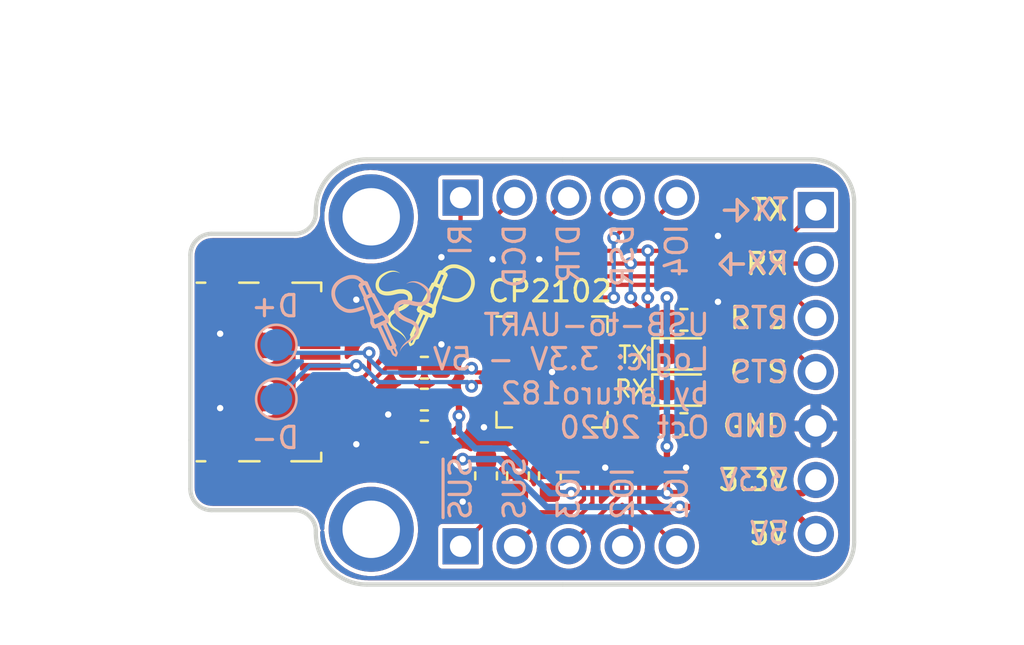
<source format=kicad_pcb>
(kicad_pcb (version 20210126) (generator pcbnew)
  (layers (0 "F.Cu" signal) (31 "B.Cu" signal) (34 "B.Paste" user) (35 "F.Paste" user) (36 "B.SilkS" user "B.Silkscreen") (37 "F.SilkS" user "F.Silkscreen") (38 "B.Mask" user) (39 "F.Mask" user) (44 "Edge.Cuts" user))
  (net 0 "")
  (net 1 "GND")
  (net 2 "+3V3")
  (net 3 "VBUS")
  (net 4 "Net-(D1-Pad2)")
  (net 5 "Net-(D2-Pad2)")
  (net 6 "Net-(J1-PadA5)")
  (net 7 "/D+")
  (net 8 "/D-")
  (net 9 "Net-(J1-PadB5)")
  (net 10 "Net-(R4-Pad1)")
  (net 11 "/~DTR~")
  (net 12 "/~DSR~")
  (net 13 "/TXD")
  (net 14 "/RXD")
  (net 15 "/~RTS~")
  (net 16 "/~CTS~")
  (net 17 "Net-(U1-Pad15)")
  (net 18 "Net-(U1-Pad14)")
  (net 19 "Net-(U1-Pad13)")
  (net 20 "Net-(U1-Pad10)")
  (net 21 "/GPIO6")
  (net 22 "/SUSPEND")
  (net 23 "/~SUSPEND~")
  (net 24 "/GPIO4")
  (net 25 "/GPIO5")
  (net 26 "/~RI~")
  (net 27 "/~DCD~")
  (net 28 "/GPIO0")
  (net 29 "/GPIO1")
  (net 30 "/GPIO2")
  (net 31 "/GPIO3")
  (footprint "Capacitor_SMD:C_0603_1608Metric" (layer "F.Cu") (at 137.6 84.3 180)
    (fp_text reference "C1" hide)
    (fp_text value "0.1uF")
    (pad "1" smd roundrect (at -0.7875 0 180) (size 0.875 0.95) (layers "F.Cu" "F.Paste" "F.Mask") (net 2 "+3V3"))
    (pad "2" smd roundrect (at 0.7875 0 180) (size 0.875 0.95) (layers "F.Cu" "F.Paste" "F.Mask") (net 1 "GND"))
  )
  (footprint "LED_SMD:LED_0603_1608Metric" (layer "F.Cu") (at 149.8 82.35)
    (fp_text reference "D1" hide)
    (fp_text value "LED_RXD")
    (pad "1" smd roundrect (at -0.7875 0) (size 0.875 0.95) (layers "F.Cu" "F.Paste" "F.Mask") (net 14 "/RXD"))
    (pad "2" smd roundrect (at 0.7875 0) (size 0.875 0.95) (layers "F.Cu" "F.Paste" "F.Mask") (net 4 "Net-(D1-Pad2)"))
  )
  (footprint "Capacitor_SMD:C_0603_1608Metric" (layer "F.Cu") (at 142 86.3875 -90)
    (fp_text reference "C4" hide)
    (fp_text value "4.7uF")
    (pad "1" smd roundrect (at -0.7875 0 270) (size 0.875 0.95) (layers "F.Cu" "F.Paste" "F.Mask") (net 3 "VBUS"))
    (pad "2" smd roundrect (at 0.7875 0 270) (size 0.875 0.95) (layers "F.Cu" "F.Paste" "F.Mask") (net 1 "GND"))
  )
  (footprint "Package_DFN_QFN:QFN-28-1EP_5x5mm_P0.5mm_EP3.35x3.35mm" (layer "F.Cu") (at 143.6 81.5)
    (fp_text reference "U1" hide)
    (fp_text value "CP2102N-Axx-xQFN28")
    (pad "1" smd roundrect (at -2.45 -1.5) (size 0.8 0.25) (layers "F.Cu" "F.Paste" "F.Mask") (net 27 "/~DCD~"))
    (pad "2" smd roundrect (at -2.45 -1) (size 0.8 0.25) (layers "F.Cu" "F.Paste" "F.Mask") (net 26 "/~RI~"))
    (pad "3" smd roundrect (at -2.45 -0.5) (size 0.8 0.25) (layers "F.Cu" "F.Paste" "F.Mask") (net 1 "GND"))
    (pad "4" smd roundrect (at -2.45 0) (size 0.8 0.25) (layers "F.Cu" "F.Paste" "F.Mask") (net 7 "/D+"))
    (pad "5" smd roundrect (at -2.45 0.5) (size 0.8 0.25) (layers "F.Cu" "F.Paste" "F.Mask") (net 8 "/D-"))
    (pad "6" smd roundrect (at -2.45 1) (size 0.8 0.25) (layers "F.Cu" "F.Paste" "F.Mask") (net 2 "+3V3"))
    (pad "7" smd roundrect (at -2.45 1.5) (size 0.8 0.25) (layers "F.Cu" "F.Paste" "F.Mask") (net 3 "VBUS"))
    (pad "8" smd roundrect (at -1.5 2.45) (size 0.25 0.8) (layers "F.Cu" "F.Paste" "F.Mask") (net 3 "VBUS"))
    (pad "9" smd roundrect (at -1 2.45) (size 0.25 0.8) (layers "F.Cu" "F.Paste" "F.Mask") (net 10 "Net-(R4-Pad1)"))
    (pad "10" smd roundrect (at -0.5 2.45) (size 0.25 0.8) (layers "F.Cu" "F.Paste" "F.Mask") (net 20 "Net-(U1-Pad10)"))
    (pad "11" smd roundrect (at 0 2.45) (size 0.25 0.8) (layers "F.Cu" "F.Paste" "F.Mask") (net 23 "/~SUSPEND~"))
    (pad "12" smd roundrect (at 0.5 2.45) (size 0.25 0.8) (layers "F.Cu" "F.Paste" "F.Mask") (net 22 "/SUSPEND"))
    (pad "13" smd roundrect (at 1 2.45) (size 0.25 0.8) (layers "F.Cu" "F.Paste" "F.Mask") (net 19 "Net-(U1-Pad13)"))
    (pad "14" smd roundrect (at 1.5 2.45) (size 0.25 0.8) (layers "F.Cu" "F.Paste" "F.Mask") (net 18 "Net-(U1-Pad14)"))
    (pad "15" smd roundrect (at 2.45 1.5) (size 0.8 0.25) (layers "F.Cu" "F.Paste" "F.Mask") (net 17 "Net-(U1-Pad15)"))
    (pad "16" smd roundrect (at 2.45 1) (size 0.8 0.25) (layers "F.Cu" "F.Paste" "F.Mask") (net 31 "/GPIO3"))
    (pad "17" smd roundrect (at 2.45 0.5) (size 0.8 0.25) (layers "F.Cu" "F.Paste" "F.Mask") (net 30 "/GPIO2"))
    (pad "18" smd roundrect (at 2.45 0) (size 0.8 0.25) (layers "F.Cu" "F.Paste" "F.Mask") (net 29 "/GPIO1"))
    (pad "19" smd roundrect (at 2.45 -0.5) (size 0.8 0.25) (layers "F.Cu" "F.Paste" "F.Mask") (net 28 "/GPIO0"))
    (pad "20" smd roundrect (at 2.45 -1) (size 0.8 0.25) (layers "F.Cu" "F.Paste" "F.Mask") (net 21 "/GPIO6"))
    (pad "21" smd roundrect (at 2.45 -1.5) (size 0.8 0.25) (layers "F.Cu" "F.Paste" "F.Mask") (net 25 "/GPIO5"))
    (pad "22" smd roundrect (at 1.5 -2.45) (size 0.25 0.8) (layers "F.Cu" "F.Paste" "F.Mask") (net 24 "/GPIO4"))
    (pad "23" smd roundrect (at 1 -2.45) (size 0.25 0.8) (layers "F.Cu" "F.Paste" "F.Mask") (net 16 "/~CTS~"))
    (pad "24" smd roundrect (at 0.5 -2.45) (size 0.25 0.8) (layers "F.Cu" "F.Paste" "F.Mask") (net 15 "/~RTS~"))
    (pad "25" smd roundrect (at 0 -2.45) (size 0.25 0.8) (layers "F.Cu" "F.Paste" "F.Mask") (net 14 "/RXD"))
    (pad "26" smd roundrect (at -0.5 -2.45) (size 0.25 0.8) (layers "F.Cu" "F.Paste" "F.Mask") (net 13 "/TXD"))
    (pad "27" smd roundrect (at -1 -2.45) (size 0.25 0.8) (layers "F.Cu" "F.Paste" "F.Mask") (net 12 "/~DSR~"))
    (pad "28" smd roundrect (at -1.5 -2.45) (size 0.25 0.8) (layers "F.Cu" "F.Paste" "F.Mask") (net 11 "/~DTR~"))
    (pad "29" smd rect (at 0 0) (size 3.35 3.35) (layers "F.Cu" "F.Mask") (net 1 "GND"))
  )
  (footprint "Resistor_SMD:R_0603_1608Metric" (layer "F.Cu") (at 143.5 86.3875 -90)
    (fp_text reference "R4" hide)
    (fp_text value "10K")
    (pad "1" smd roundrect (at -0.7875 0 270) (size 0.875 0.95) (layers "F.Cu" "F.Paste" "F.Mask") (net 10 "Net-(R4-Pad1)"))
    (pad "2" smd roundrect (at 0.7875 0 270) (size 0.875 0.95) (layers "F.Cu" "F.Paste" "F.Mask") (net 2 "+3V3"))
  )
  (footprint "Capacitor_SMD:C_0603_1608Metric" (layer "F.Cu") (at 140.5 86.3875 -90)
    (fp_text reference "C3" hide)
    (fp_text value "0.1uF")
    (pad "1" smd roundrect (at -0.7875 0 270) (size 0.875 0.95) (layers "F.Cu" "F.Paste" "F.Mask") (net 3 "VBUS"))
    (pad "2" smd roundrect (at 0.7875 0 270) (size 0.875 0.95) (layers "F.Cu" "F.Paste" "F.Mask") (net 1 "GND"))
  )
  (footprint "MountingHole:MountingHole_2.7mm_M2.5_DIN965_Pad" (layer "F.Cu") (at 135.1 74.2)
    (fp_text reference "REF**" hide)
    (fp_text value "MountingHole_2.7mm_M2.5_DIN965_Pad")
    (pad "1" thru_hole circle (at 0 0) (size 4 4) (drill 2.7) (layers *.Cu *.Mask))
  )
  (footprint "Connector_USB_Extra:USB_C_Plug_UTC009-C12" (layer "F.Cu") (at 132.5 81.5 -90)
    (fp_text reference "J1" hide)
    (fp_text value "USB_C_Plug_USB2.0")
    (pad "A1" smd rect (at 2.75 -0.2 270) (size 0.35 1.9) (layers "F.Cu" "F.Paste" "F.Mask") (net 1 "GND"))
    (pad "A4" smd rect (at 1.25 -0.2 270) (size 0.35 1.9) (layers "F.Cu" "F.Paste" "F.Mask") (net 3 "VBUS"))
    (pad "A5" smd rect (at 0.75 -0.2 270) (size 0.35 1.9) (layers "F.Cu" "F.Paste" "F.Mask") (net 6 "Net-(J1-PadA5)"))
    (pad "A6" smd rect (at 0.25 -0.2 270) (size 0.35 1.9) (layers "F.Cu" "F.Paste" "F.Mask") (net 7 "/D+"))
    (pad "A7" smd rect (at -0.25 -0.2 270) (size 0.35 1.9) (layers "F.Cu" "F.Paste" "F.Mask") (net 8 "/D-"))
    (pad "A10" smd rect (at -1.75 -0.2 270) (size 0.35 1.9) (layers "F.Cu" "F.Paste" "F.Mask"))
    (pad "A11" smd rect (at -2.25 -0.2 270) (size 0.35 1.9) (layers "F.Cu" "F.Paste" "F.Mask"))
    (pad "B2" smd rect (at -2.75 -0.2 270) (size 0.35 1.9) (layers "F.Cu" "F.Paste" "F.Mask"))
    (pad "B3" smd rect (at -1.25 -0.2 270) (size 0.35 1.9) (layers "F.Cu" "F.Paste" "F.Mask"))
    (pad "B5" smd rect (at -0.75 -0.2 270) (size 0.35 1.9) (layers "F.Cu" "F.Paste" "F.Mask") (net 9 "Net-(J1-PadB5)"))
    (pad "B9" smd rect (at 1.75 -0.2 270) (size 0.35 1.9) (layers "F.Cu" "F.Paste" "F.Mask") (net 3 "VBUS"))
    (pad "B12" smd rect (at 2.25 -0.2 270) (size 0.35 1.9) (layers "F.Cu" "F.Paste" "F.Mask") (net 1 "GND"))
    (pad "S1" smd rect (at 3.4 -0.1 270) (size 0.65 2.1) (layers "F.Cu" "F.Paste" "F.Mask") (net 1 "GND"))
    (pad "S1" smd rect (at 4.55 4.4 270) (size 1.5 1.4) (layers "F.Cu" "F.Paste" "F.Mask") (net 1 "GND"))
    (pad "S1" smd rect (at -3.4 -0.1 270) (size 0.65 2.1) (layers "F.Cu" "F.Paste" "F.Mask") (net 1 "GND"))
    (pad "S1" smd rect (at 4.55 1.9 270) (size 1.5 1.3) (layers "F.Cu" "F.Paste" "F.Mask") (net 1 "GND"))
    (pad "S1" smd rect (at -1.75 4.5 270) (size 1.2 1.2) (layers "F.Cu" "F.Paste" "F.Mask") (net 1 "GND"))
    (pad "S1" smd rect (at -4.55 4.4 270) (size 1.5 1.4) (layers "F.Cu" "F.Paste" "F.Mask") (net 1 "GND"))
    (pad "S1" smd rect (at -1.25 2.75 270) (size 1.2 1.2) (layers "F.Cu" "F.Paste" "F.Mask") (net 1 "GND"))
    (pad "S1" smd rect (at 1.25 2.75 270) (size 1.2 1.2) (layers "F.Cu" "F.Paste" "F.Mask") (net 1 "GND"))
    (pad "S1" smd rect (at -4.55 1.9 270) (size 1.5 1.4) (layers "F.Cu" "F.Paste" "F.Mask") (net 1 "GND"))
    (pad "S1" smd rect (at 1.75 4.5 270) (size 1.2 1.2) (layers "F.Cu" "F.Paste" "F.Mask") (net 1 "GND"))
  )
  (footprint "LED_SMD:LED_0603_1608Metric" (layer "F.Cu") (at 149.8 80.65)
    (fp_text reference "D2" hide)
    (fp_text value "LED_TXD")
    (pad "1" smd roundrect (at -0.7875 0) (size 0.875 0.95) (layers "F.Cu" "F.Paste" "F.Mask") (net 13 "/TXD"))
    (pad "2" smd roundrect (at 0.7875 0) (size 0.875 0.95) (layers "F.Cu" "F.Paste" "F.Mask") (net 5 "Net-(D2-Pad2)"))
  )
  (footprint "Symbols_Extra:SolderParty-New-Logo_5x4.2mm_SilkScreen" (layer "F.Cu") (at 137.8 78.2)
    (fp_text reference "G***" hide)
    (fp_text value "LOGO" hide)
  )
  (footprint "Connector_PinHeader_2.54mm:PinHeader_1x07_P2.54mm_Vertical" (layer "F.Cu") (at 156 73.88)
    (fp_text reference "J2" hide)
    (fp_text value "Conn_01x07")
    (pad "1" thru_hole rect (at 0 0) (size 1.7 1.7) (drill 1) (layers *.Cu *.Mask) (net 13 "/TXD"))
    (pad "2" thru_hole oval (at 0 2.54) (size 1.7 1.7) (drill 1) (layers *.Cu *.Mask) (net 14 "/RXD"))
    (pad "3" thru_hole oval (at 0 5.08) (size 1.7 1.7) (drill 1) (layers *.Cu *.Mask) (net 15 "/~RTS~"))
    (pad "4" thru_hole oval (at 0 7.62) (size 1.7 1.7) (drill 1) (layers *.Cu *.Mask) (net 16 "/~CTS~"))
    (pad "5" thru_hole oval (at 0 10.16) (size 1.7 1.7) (drill 1) (layers *.Cu *.Mask) (net 1 "GND"))
    (pad "6" thru_hole oval (at 0 12.7) (size 1.7 1.7) (drill 1) (layers *.Cu *.Mask) (net 2 "+3V3"))
    (pad "7" thru_hole oval (at 0 15.24) (size 1.7 1.7) (drill 1) (layers *.Cu *.Mask) (net 3 "VBUS"))
  )
  (footprint "Capacitor_SMD:C_0603_1608Metric" (layer "F.Cu") (at 137.6 82.8 180)
    (fp_text reference "C2" hide)
    (fp_text value "4.7uF")
    (pad "1" smd roundrect (at -0.7875 0 180) (size 0.875 0.95) (layers "F.Cu" "F.Paste" "F.Mask") (net 2 "+3V3"))
    (pad "2" smd roundrect (at 0.7875 0 180) (size 0.875 0.95) (layers "F.Cu" "F.Paste" "F.Mask") (net 1 "GND"))
  )
  (footprint "Resistor_SMD:R_0603_1608Metric" (layer "F.Cu") (at 137.6 81.3 180)
    (fp_text reference "R3" hide)
    (fp_text value "5.1K")
    (pad "1" smd roundrect (at -0.7875 0 180) (size 0.875 0.95) (layers "F.Cu" "F.Paste" "F.Mask") (net 1 "GND"))
    (pad "2" smd roundrect (at 0.7875 0 180) (size 0.875 0.95) (layers "F.Cu" "F.Paste" "F.Mask") (net 6 "Net-(J1-PadA5)"))
  )
  (footprint "Resistor_SMD:R_0603_1608Metric" (layer "F.Cu") (at 149.8 83.95 180)
    (fp_text reference "R1" hide)
    (fp_text value "1K")
    (pad "1" smd roundrect (at -0.7875 0 180) (size 0.875 0.95) (layers "F.Cu" "F.Paste" "F.Mask") (net 4 "Net-(D1-Pad2)"))
    (pad "2" smd roundrect (at 0.7875 0 180) (size 0.875 0.95) (layers "F.Cu" "F.Paste" "F.Mask") (net 2 "+3V3"))
  )
  (footprint "Connector_PinHeader_2.54mm:PinHeader_1x05_P2.54mm_Vertical" (layer "F.Cu") (at 139.3 73.3 90)
    (fp_text reference "J4" hide)
    (fp_text value "Conn_01x05")
    (pad "1" thru_hole rect (at 0 0 90) (size 1.7 1.7) (drill 1) (layers *.Cu *.Mask) (net 26 "/~RI~"))
    (pad "2" thru_hole oval (at 0 2.54 90) (size 1.7 1.7) (drill 1) (layers *.Cu *.Mask) (net 27 "/~DCD~"))
    (pad "3" thru_hole oval (at 0 5.08 90) (size 1.7 1.7) (drill 1) (layers *.Cu *.Mask) (net 11 "/~DTR~"))
    (pad "4" thru_hole oval (at 0 7.62 90) (size 1.7 1.7) (drill 1) (layers *.Cu *.Mask) (net 12 "/~DSR~"))
    (pad "5" thru_hole oval (at 0 10.16 90) (size 1.7 1.7) (drill 1) (layers *.Cu *.Mask) (net 24 "/GPIO4"))
  )
  (footprint "MountingHole:MountingHole_2.7mm_M2.5_DIN965_Pad" (layer "F.Cu") (at 135.1 88.9)
    (fp_text reference "REF**" hide)
    (fp_text value "MountingHole_2.7mm_M2.5_DIN965_Pad")
    (pad "1" thru_hole circle (at 0 0) (size 4 4) (drill 2.7) (layers *.Cu *.Mask))
  )
  (footprint "Connector_PinHeader_2.54mm:PinHeader_1x05_P2.54mm_Vertical" (layer "F.Cu") (at 139.3 89.7 90)
    (fp_text reference "J3" hide)
    (fp_text value "Conn_01x05")
    (pad "1" thru_hole rect (at 0 0 90) (size 1.7 1.7) (drill 1) (layers *.Cu *.Mask) (net 23 "/~SUSPEND~"))
    (pad "2" thru_hole oval (at 0 2.54 90) (size 1.7 1.7) (drill 1) (layers *.Cu *.Mask) (net 22 "/SUSPEND"))
    (pad "3" thru_hole oval (at 0 5.08 90) (size 1.7 1.7) (drill 1) (layers *.Cu *.Mask) (net 31 "/GPIO3"))
    (pad "4" thru_hole oval (at 0 7.62 90) (size 1.7 1.7) (drill 1) (layers *.Cu *.Mask) (net 30 "/GPIO2"))
    (pad "5" thru_hole oval (at 0 10.16 90) (size 1.7 1.7) (drill 1) (layers *.Cu *.Mask) (net 29 "/GPIO1"))
  )
  (footprint "Resistor_SMD:R_0603_1608Metric" (layer "F.Cu") (at 149.8 79.05 180)
    (fp_text reference "R2" hide)
    (fp_text value "1K")
    (pad "1" smd roundrect (at -0.7875 0 180) (size 0.875 0.95) (layers "F.Cu" "F.Paste" "F.Mask") (net 5 "Net-(D2-Pad2)"))
    (pad "2" smd roundrect (at 0.7875 0 180) (size 0.875 0.95) (layers "F.Cu" "F.Paste" "F.Mask") (net 2 "+3V3"))
  )
  (footprint "TestPoint:TestPoint_Pad_D1.5mm" (layer "B.Cu") (at 130.64 80.229997 -90)
    (fp_text reference "TP2" hide)
    (fp_text value "TP_D+")
    (pad "1" smd circle (at 0 0 270) (size 1.5 1.5) (layers "B.Cu" "B.Mask") (net 7 "/D+"))
  )
  (footprint "Symbols_Extra:SolderParty-New-Logo_5x4.2mm_SilkScreen" (layer "B.Cu") (at 135.4 78.7 180)
    (fp_text reference "G***" hide)
    (fp_text value "LOGO" hide)
  )
  (footprint "TestPoint:TestPoint_Pad_D1.5mm" (layer "B.Cu") (at 130.64 82.77 -90)
    (fp_text reference "TP1" hide)
    (fp_text value "TP_D-")
    (pad "1" smd circle (at 0 0 270) (size 1.5 1.5) (layers "B.Cu" "B.Mask") (net 8 "/D-"))
  )
  (gr_line (start 152.3 74.395) (end 152.3 73.395) (layer "B.SilkS") (width 0.15))
  (gr_line (start 151.5 76.425) (end 152 75.925) (layer "B.SilkS") (width 0.15))
  (gr_line (start 152.8 73.895) (end 152.3 73.395) (layer "B.SilkS") (width 0.15))
  (gr_line (start 152 76.425) (end 152.6 76.425) (layer "B.SilkS") (width 0.15))
  (gr_line (start 152.300001 73.895) (end 151.700001 73.895) (layer "B.SilkS") (width 0.15))
  (gr_line (start 151.5 76.425) (end 152 76.925) (layer "B.SilkS") (width 0.15))
  (gr_line (start 152 75.925) (end 152 76.925) (layer "B.SilkS") (width 0.15))
  (gr_line (start 152.8 73.895) (end 152.3 74.395) (layer "B.SilkS") (width 0.15))
  (gr_line (start 152.8 73.89) (end 152.3 74.39) (layer "F.SilkS") (width 0.15))
  (gr_line (start 152 76.42) (end 152.6 76.42) (layer "F.SilkS") (width 0.15))
  (gr_line (start 152.8 73.89) (end 152.3 73.39) (layer "F.SilkS") (width 0.15))
  (gr_line (start 151.5 76.42) (end 152 76.92) (layer "F.SilkS") (width 0.15))
  (gr_line (start 151.5 76.42) (end 152 75.92) (layer "F.SilkS") (width 0.15))
  (gr_line (start 152 76.92) (end 152 75.92) (layer "F.SilkS") (width 0.15))
  (gr_line (start 152.3 73.39) (end 152.3 74.39) (layer "F.SilkS") (width 0.15))
  (gr_line (start 152.300001 73.89) (end 151.700001 73.89) (layer "F.SilkS") (width 0.15))
  (gr_line (start 131.5 75) (end 127.6 75) (layer "Edge.Cuts") (width 0.2))
  (gr_line (start 155.8 91.500001) (end 144.1 91.5) (layer "Edge.Cuts") (width 0.2))
  (gr_arc (start 134.9 73.900001) (end 134.9 71.500001) (angle -90) (layer "Edge.Cuts") (width 0.2))
  (gr_arc (start 127.6 76) (end 127.6 75) (angle -90) (layer "Edge.Cuts") (width 0.2))
  (gr_line (start 157.8 84.7) (end 157.800001 89.5) (layer "Edge.Cuts") (width 0.2))
  (gr_arc (start 131.5 74) (end 131.5 75) (angle -90) (layer "Edge.Cuts") (width 0.2))
  (gr_arc (start 155.8 89.5) (end 155.8 91.500001) (angle -90) (layer "Edge.Cuts") (width 0.2))
  (gr_line (start 144.1 91.5) (end 134.9 91.5) (layer "Edge.Cuts") (width 0.2))
  (gr_line (start 126.6 87) (end 126.6 84.7) (layer "Edge.Cuts") (width 0.2))
  (gr_line (start 131.5 88) (end 127.6 88) (layer "Edge.Cuts") (width 0.2))
  (gr_line (start 132.5 74) (end 132.5 73.900001) (layer "Edge.Cuts") (width 0.2))
  (gr_line (start 144.1 71.500001) (end 134.9 71.500001) (layer "Edge.Cuts") (width 0.2))
  (gr_line (start 126.6 84.7) (end 126.6 76) (layer "Edge.Cuts") (width 0.2))
  (gr_line (start 155.799999 71.5) (end 144.1 71.500001) (layer "Edge.Cuts") (width 0.2))
  (gr_arc (start 134.9 89.1) (end 132.5 89.1) (angle -90) (layer "Edge.Cuts") (width 0.2))
  (gr_line (start 157.8 73.5) (end 157.8 84.7) (layer "Edge.Cuts") (width 0.2))
  (gr_arc (start 155.8 73.5) (end 157.8 73.5) (angle -90) (layer "Edge.Cuts") (width 0.2))
  (gr_line (start 132.5 89) (end 132.5 89.1) (layer "Edge.Cuts") (width 0.2))
  (gr_arc (start 127.6 87) (end 126.6 87) (angle -90) (layer "Edge.Cuts") (width 0.2))
  (gr_arc (start 131.5 89) (end 132.5 89) (angle -90) (layer "Edge.Cuts") (width 0.2))
  (gr_text "~SUS~" (at 139.3 88.55 90) (layer "B.SilkS") (effects (font (size 1 1)) (justify right mirror)))
  (gr_text "GND" (at 151.57 84.04) (layer "B.SilkS") (effects (font (size 1 1)) (justify right mirror)))
  (gr_text "IO3" (at 144.38 88.55 90) (layer "B.SilkS") (effects (font (size 1 1)) (justify right mirror)))
  (gr_text "IO4" (at 149.46 74.45 90) (layer "B.SilkS") (effects (font (size 1 1)) (justify left mirror)))
  (gr_text "IO2" (at 146.92 88.55 90) (layer "B.SilkS") (effects (font (size 1 1)) (justify right mirror)))
  (gr_text "D-" (at 131.8 84.6) (layer "B.SilkS") (effects (font (size 1 1)) (justify left mirror)))
  (gr_text "3.3V" (at 151.381905 86.575) (layer "B.SilkS") (effects (font (size 1 1)) (justify right mirror)))
  (gr_text "SUS" (at 141.84 88.55 90) (layer "B.SilkS") (effects (font (size 1 1)) (justify right mirror)))
  (gr_text "TX" (at 152.905714 73.8575) (layer "B.SilkS") (effects (font (size 1 1)) (justify right mirror)))
  (gr_text "USB-to-UART\nLogic: 3.3V - 5V\nby arturo182\nOct 2020" (at 151.1 81.7) (layer "B.SilkS") (effects (font (size 1 1)) (justify left mirror)))
  (gr_text "D+" (at 131.8 78.4) (layer "B.SilkS") (effects (font (size 1 1)) (justify left mirror)))
  (gr_text "CTS" (at 151.91 81.5) (layer "B.SilkS") (effects (font (size 1 1)) (justify right mirror)))
  (gr_text "RX" (at 152.667619 76.3775) (layer "B.SilkS") (effects (font (size 1 1)) (justify right mirror)))
  (gr_text "DCD" (at 141.84 74.45 90) (layer "B.SilkS") (effects (font (size 1 1)) (justify left mirror)))
  (gr_text "DSR" (at 146.92 74.45 90) (layer "B.SilkS") (effects (font (size 1 1)) (justify left mirror)))
  (gr_text "5V" (at 152.810476 89.0725) (layer "B.SilkS") (effects (font (size 1 1)) (justify right mirror)))
  (gr_text "RTS" (at 151.905714 78.96) (layer "B.SilkS") (effects (font (size 1 1)) (justify right mirror)))
  (gr_text "DTR" (at 144.38 74.45 90) (layer "B.SilkS") (effects (font (size 1 1)) (justify left mirror)))
  (gr_text "RI" (at 139.3 74.45 90) (layer "B.SilkS") (effects (font (size 1 1)) (justify left mirror)))
  (gr_text "IO1" (at 149.46 88.55 90) (layer "B.SilkS") (effects (font (size 1 1)) (justify right mirror)))
  (gr_text "3.3V" (at 154.77 86.58) (layer "F.SilkS") (effects (font (size 1 1)) (justify right)))
  (gr_text "5V" (at 154.77 89.12) (layer "F.SilkS") (effects (font (size 1 1)) (justify right)))
  (gr_text "CTS" (at 154.77 81.5) (layer "F.SilkS") (effects (font (size 1 1)) (justify right)))
  (gr_text "TX" (at 148.1686 80.696) (layer "F.SilkS") (effects (font (size 0.8 0.8) (thickness 0.12)) (justify right)))
  (gr_text "GND" (at 154.77 84.04) (layer "F.SilkS") (effects (font (size 1 1)) (justify right)))
  (gr_text "CP2102" (at 143.5 77.7) (layer "F.SilkS") (effects (font (size 1 1))))
  (gr_text "RTS" (at 154.77 78.96) (layer "F.SilkS") (effects (font (size 1 1)) (justify right)))
  (gr_text "RX" (at 154.77 76.42) (layer "F.SilkS") (effects (font (size 1 1)) (justify right)))
  (gr_text "RX" (at 148.1836 82.296) (layer "F.SilkS") (effects (font (size 0.8 0.8) (thickness 0.12)) (justify right)))
  (gr_text "TX" (at 154.77 73.88) (layer "F.SilkS") (effects (font (size 1 1)) (justify right)))
  (segment (start 143.1 81) (end 143.6 81.5) (width 0.2) (layer "F.Cu") (net 1))
  (segment (start 143.6 81.5) (end 145.9 79.2) (width 0.2) (layer "F.Cu") (net 1))
  (segment (start 145.8 83.7) (end 145.8 84) (width 0.2) (layer "F.Cu") (net 1))
  (segment (start 141.15 81) (end 143.1 81) (width 0.2) (layer "F.Cu") (net 1))
  (segment (start 143.6 81.5) (end 145.8 83.7) (width 0.2) (layer "F.Cu") (net 1))
  (segment (start 143.6 81.5) (end 141.4 79.3) (width 0.2) (layer "F.Cu") (net 1))
  (segment (start 141.4 79.3) (end 141.4 79.1) (width 0.2) (layer "F.Cu") (net 1))
  (via (at 149.9 86) (size 0.6) (drill 0.3) (layers "F.Cu" "B.Cu") (net 1))
  (via (at 128 79.7) (size 0.6) (drill 0.3) (layers "F.Cu" "B.Cu") (net 1))
  (via (at 138.4 76.1) (size 0.6) (drill 0.3) (layers "F.Cu" "B.Cu") (net 1))
  (via (at 143 76.2) (size 0.6) (drill 0.3) (layers "F.Cu" "B.Cu") (net 1))
  (via (at 146.1 86) (size 0.6) (drill 0.3) (layers "F.Cu" "B.Cu") (net 1))
  (via (at 151.4 75.1) (size 0.6) (drill 0.3) (layers "F.Cu" "B.Cu") (net 1))
  (via (at 138.4 80.2) (size 0.6) (drill 0.3) (layers "F.Cu" "B.Cu") (net 1))
  (via (at 128 83.2) (size 0.6) (drill 0.3) (layers "F.Cu" "B.Cu") (net 1))
  (via (at 140.4 84.1) (size 0.6) (drill 0.3) (layers "F.Cu" "B.Cu") (net 1))
  (via (at 139.4 87.6) (size 0.6) (drill 0.3) (layers "F.Cu" "B.Cu") (net 1))
  (via (at 151.4 78.2) (size 0.6) (drill 0.3) (layers "F.Cu" "B.Cu") (net 1))
  (via (at 135.9 83.5) (size 0.6) (drill 0.3) (layers "F.Cu" "B.Cu") (net 1))
  (via (at 143.6 81.5) (size 0.6) (drill 0.3) (layers "F.Cu" "B.Cu") (net 1))
  (via (at 134.4 84.9) (size 0.6) (drill 0.3) (layers "F.Cu" "B.Cu") (net 1))
  (via (at 134.4 78.1) (size 0.6) (drill 0.3) (layers "F.Cu" "B.Cu") (net 1))
  (via (at 140.8 76.2) (size 0.6) (drill 0.3) (layers "F.Cu" "B.Cu") (net 1))
  (segment (start 138.412501 82.825001) (end 138.3875 82.8) (width 0.3) (layer "F.Cu") (net 2))
  (segment (start 149 78) (end 149 79.0375) (width 0.3) (layer "F.Cu") (net 2))
  (segment (start 149 79.0375) (end 149.0125 79.05) (width 0.3) (layer "F.Cu") (net 2))
  (segment (start 141.15 82.5) (end 140.437002 82.5) (width 0.3) (layer "F.Cu") (net 2))
  (segment (start 144.5 87.2) (end 143.525 87.2) (width 0.3) (layer "F.Cu") (net 2))
  (segment (start 149.0125 84.9875) (end 149 85) (width 0.3) (layer "F.Cu") (net 2))
  (segment (start 139 84.3) (end 138.3875 84.3) (width 0.3) (layer "F.Cu") (net 2))
  (segment (start 139.225001 82.825001) (end 138.974999 82.825001) (width 0.3) (layer "F.Cu") (net 2))
  (segment (start 149.0125 83.95) (end 149.0125 84.9875) (width 0.3) (layer "F.Cu") (net 2))
  (segment (start 139.225001 82.825001) (end 139.225001 83.574999) (width 0.3) (layer "F.Cu") (net 2))
  (segment (start 149 87.2) (end 155.4 87.2) (width 0.3) (layer "F.Cu") (net 2))
  (segment (start 140.437002 82.5) (end 140.112001 82.825001) (width 0.3) (layer "F.Cu") (net 2))
  (segment (start 139.225001 84.074999) (end 139 84.3) (width 0.3) (layer "F.Cu") (net 2))
  (segment (start 140.112001 82.825001) (end 139.225001 82.825001) (width 0.3) (layer "F.Cu") (net 2))
  (segment (start 139.225001 83.574999) (end 139.225001 84.074999) (width 0.3) (layer "F.Cu") (net 2))
  (segment (start 138.974999 82.825001) (end 138.412501 82.825001) (width 0.3) (layer "F.Cu") (net 2))
  (segment (start 149 87) (end 149 85) (width 0.3) (layer "F.Cu") (net 2))
  (segment (start 143.525 87.2) (end 143.5 87.175) (width 0.3) (layer "F.Cu") (net 2))
  (segment (start 155.38 87.2) (end 156 86.58) (width 0.3) (layer "F.Cu") (net 2))
  (via (at 149 87.2) (size 0.6) (drill 0.3) (layers "F.Cu" "B.Cu") (net 2))
  (via (at 149 85) (size 0.6) (drill 0.3) (layers "F.Cu" "B.Cu") (net 2))
  (via (at 139.225001 83.574999) (size 0.6) (drill 0.3) (layers "F.Cu" "B.Cu") (net 2))
  (via (at 149 78) (size 0.6) (drill 0.3) (layers "F.Cu" "B.Cu") (net 2))
  (via (at 144.5 87.2) (size 0.6) (drill 0.3) (layers "F.Cu" "B.Cu") (net 2))
  (segment (start 140 85.1) (end 141.4 85.1) (width 0.3) (layer "B.Cu") (net 2))
  (segment (start 143.5 87.2) (end 144.5 87.2) (width 0.3) (layer "B.Cu") (net 2))
  (segment (start 139.225001 84.325001) (end 140 85.1) (width 0.3) (layer "B.Cu") (net 2))
  (segment (start 139.225001 83.574999) (end 139.225001 84.325001) (width 0.3) (layer "B.Cu") (net 2))
  (segment (start 141.4 85.1) (end 143.5 87.2) (width 0.3) (layer "B.Cu") (net 2))
  (segment (start 144.5 87.2) (end 149 87.2) (width 0.3) (layer "B.Cu") (net 2))
  (segment (start 149 85) (end 149 78) (width 0.3) (layer "B.Cu") (net 2))
  (segment (start 141.15 83) (end 141.15 83.55) (width 0.3) (layer "F.Cu") (net 3))
  (segment (start 142.1 85.5) (end 142 85.6) (width 0.3) (layer "F.Cu") (net 3))
  (segment (start 141.55 83.95) (end 142.1 83.95) (width 0.3) (layer "F.Cu") (net 3))
  (segment (start 142.1 84.0375) (end 142.1 85.5) (width 0.3) (layer "F.Cu") (net 3))
  (segment (start 140.5 85.6) (end 142 85.6) (width 0.3) (layer "F.Cu") (net 3))
  (segment (start 149.6 87.85) (end 154.7 87.85) (width 0.3) (layer "F.Cu") (net 3))
  (segment (start 139.4 85.6) (end 135.9 85.6) (width 0.3) (layer "F.Cu") (net 3))
  (segment (start 135.9 85.6) (end 135.2 84.9) (width 0.3) (layer "F.Cu") (net 3))
  (segment (start 140.5 85.6) (end 139.4 85.6) (width 0.3) (layer "F.Cu") (net 3))
  (segment (start 135.2 83.5) (end 134.7 83) (width 0.3) (layer "F.Cu") (net 3))
  (segment (start 134.7 83) (end 133 83) (width 0.3) (layer "F.Cu") (net 3))
  (segment (start 141.15 83.55) (end 141.55 83.95) (width 0.3) (layer "F.Cu") (net 3))
  (segment (start 135.2 84.9) (end 135.2 83.5) (width 0.3) (layer "F.Cu") (net 3))
  (segment (start 154.73 87.85) (end 156 89.12) (width 0.3) (layer "F.Cu") (net 3))
  (via (at 149.6 87.85) (size 0.6) (drill 0.3) (layers "F.Cu" "B.Cu") (net 3))
  (via (at 139.4 85.6) (size 0.6) (drill 0.3) (layers "F.Cu" "B.Cu") (net 3))
  (segment (start 143.350001 87.850001) (end 141.1 85.6) (width 0.3) (layer "B.Cu") (net 3))
  (segment (start 149.6 87.85) (end 143.350001 87.850001) (width 0.3) (layer "B.Cu") (net 3))
  (segment (start 141.1 85.6) (end 139.4 85.6) (width 0.3) (layer "B.Cu") (net 3))
  (segment (start 150.5875 83.95) (end 150.5875 82.35) (width 0.2) (layer "F.Cu") (net 4))
  (segment (start 150.5875 79.05) (end 150.5875 80.65) (width 0.2) (layer "F.Cu") (net 5))
  (segment (start 132.7 82.25) (end 134.85 82.25) (width 0.2) (layer "F.Cu") (net 6))
  (segment (start 134.85 82.25) (end 135.8 81.3) (width 0.2) (layer "F.Cu") (net 6))
  (segment (start 135.8 81.3) (end 136.8125 81.3) (width 0.2) (layer "F.Cu") (net 6))
  (segment (start 133.799802 81.800522) (end 133.74928 81.75) (width 0.2) (layer "F.Cu") (net 7))
  (segment (start 135.000521 81.487481) (end 134.68748 81.800522) (width 0.2) (layer "F.Cu") (net 7))
  (segment (start 134.68748 81.800522) (end 133.799802 81.800522) (width 0.2) (layer "F.Cu") (net 7))
  (segment (start 140.020393 81.525) (end 139.820393 81.325) (width 0.2) (layer "F.Cu") (net 7))
  (segment (start 135.000521 80.599479) (end 135.000521 81.487481) (width 0.2) (layer "F.Cu") (net 7))
  (segment (start 132.7 81.75) (end 132.725 81.725) (width 0.2) (layer "F.Cu") (net 7))
  (segment (start 133.74928 81.75) (end 132.7 81.75) (width 0.2) (layer "F.Cu") (net 7))
  (segment (start 141.15 81.5) (end 141.125 81.525) (width 0.2) (layer "F.Cu") (net 7))
  (segment (start 141.125 81.525) (end 140.020393 81.525) (width 0.2) (layer "F.Cu") (net 7))
  (via (at 139.820393 81.325) (size 0.6) (drill 0.3) (layers "F.Cu" "B.Cu") (net 7))
  (via (at 135.000521 80.599479) (size 0.6) (drill 0.3) (layers "F.Cu" "B.Cu") (net 7))
  (segment (start 130.64 80.34) (end 130.899479 80.599479) (width 0.2) (layer "B.Cu") (net 7))
  (segment (start 139.820393 81.325) (end 139.620393 81.525) (width 0.2) (layer "B.Cu") (net 7))
  (segment (start 130.899479 80.599479) (end 135.000521 80.599479) (width 0.2) (layer "B.Cu") (net 7))
  (segment (start 135.000521 80.882322) (end 135.000521 80.599479) (width 0.2) (layer "B.Cu") (net 7))
  (segment (start 139.620393 81.525) (end 135.643199 81.525) (width 0.2) (layer "B.Cu") (net 7))
  (segment (start 130.56 80.230001) (end 130.56 80.23) (width 0.2) (layer "B.Cu") (net 7))
  (segment (start 135.643199 81.525) (end 135.000521 80.882322) (width 0.2) (layer "B.Cu") (net 7))
  (segment (start 130.64 80.229997) (end 130.64 80.34) (width 0.2) (layer "B.Cu") (net 7))
  (segment (start 141.15 82) (end 141.125 81.975) (width 0.2) (layer "F.Cu") (net 8))
  (segment (start 141.125 81.975) (end 140.020393 81.975) (width 0.2) (layer "F.Cu") (net 8))
  (segment (start 132.7 81.25) (end 134.35 81.25) (width 0.2) (layer "F.Cu") (net 8))
  (segment (start 140.020393 81.975) (end 139.820393 82.175) (width 0.2) (layer "F.Cu") (net 8))
  (segment (start 132.7 81.25) (end 132.725 81.275) (width 0.2) (layer "F.Cu") (net 8))
  (segment (start 134.35 81.25) (end 134.399479 81.200521) (width 0.2) (layer "F.Cu") (net 8))
  (via (at 134.399479 81.200521) (size 0.6) (drill 0.3) (layers "F.Cu" "B.Cu") (net 8))
  (via (at 139.820393 82.175) (size 0.6) (drill 0.3) (layers "F.Cu" "B.Cu") (net 8))
  (segment (start 139.820393 82.175) (end 139.620393 81.975) (width 0.2) (layer "B.Cu") (net 8))
  (segment (start 134.399479 81.200521) (end 132.209479 81.200521) (width 0.2) (layer "B.Cu") (net 8))
  (segment (start 134.682322 81.200521) (end 134.399479 81.200521) (width 0.2) (layer "B.Cu") (net 8))
  (segment (start 135.456801 81.975) (end 134.682322 81.200521) (width 0.2) (layer "B.Cu") (net 8))
  (segment (start 139.620393 81.975) (end 135.456801 81.975) (width 0.2) (layer "B.Cu") (net 8))
  (segment (start 132.209479 81.200521) (end 130.64 82.77) (width 0.2) (layer "B.Cu") (net 8))
  (segment (start 142.6 83.95) (end 142.6 84.7) (width 0.2) (layer "F.Cu") (net 10))
  (segment (start 142.6 84.7) (end 143.5 85.6) (width 0.2) (layer "F.Cu") (net 10))
  (segment (start 142.1 79.05) (end 142.1 75.58) (width 0.2) (layer "F.Cu") (net 11))
  (segment (start 142.1 75.58) (end 144.38 73.3) (width 0.2) (layer "F.Cu") (net 11))
  (segment (start 142.6 77.8) (end 146.92 73.48) (width 0.2) (layer "F.Cu") (net 12))
  (segment (start 142.6 79.05) (end 142.6 77.8) (width 0.2) (layer "F.Cu") (net 12))
  (segment (start 146.92 73.48) (end 146.92 73.3) (width 0.2) (layer "F.Cu") (net 12))
  (segment (start 156 73.88) (end 154.08 75.8) (width 0.2) (layer "F.Cu") (net 13))
  (segment (start 143.1 78.202905) (end 143.1 79.05) (width 0.2) (layer "F.Cu") (net 13))
  (segment (start 149.0125 80.65) (end 148.1 79.7375) (width 0.2) (layer "F.Cu") (net 13))
  (segment (start 154.09999 75.79999) (end 145.502915 75.79999) (width 0.2) (layer "F.Cu") (net 13))
  (segment (start 148.1 79.7375) (end 148.1 77.999999) (width 0.2) (layer "F.Cu") (net 13))
  (segment (start 145.502915 75.79999) (end 143.1 78.202905) (width 0.2) (layer "F.Cu") (net 13))
  (segment (start 154.1 75.8) (end 154.09999 75.79999) (width 0.2) (layer "F.Cu") (net 13))
  (via (at 148.1 77.999999) (size 0.6) (drill 0.3) (layers "F.Cu" "B.Cu") (net 13))
  (via (at 148.1 75.8) (size 0.6) (drill 0.3) (layers "F.Cu" "B.Cu") (net 13))
  (segment (start 148.1 77.999999) (end 148.1 75.8) (width 0.2) (layer "B.Cu") (net 13))
  (segment (start 147.7 78.488001) (end 147.299999 78.088) (width 0.2) (layer "F.Cu") (net 14))
  (segment (start 147.299999 78.088) (end 147.299999 78.000001) (width 0.2) (layer "F.Cu") (net 14))
  (segment (start 147.7 81.0375) (end 147.7 78.488001) (width 0.2) (layer "F.Cu") (net 14))
  (segment (start 156 76.42) (end 155.98 76.4) (width 0.2) (layer "F.Cu") (net 14))
  (segment (start 149.0125 82.35) (end 147.7 81.0375) (width 0.2) (layer "F.Cu") (net 14))
  (segment (start 156 76.4) (end 145.468603 76.4) (width 0.2) (layer "F.Cu") (net 14))
  (segment (start 143.6 78.268603) (end 143.6 79.05) (width 0.2) (layer "F.Cu") (net 14))
  (segment (start 145.468603 76.4) (end 143.6 78.268603) (width 0.2) (layer "F.Cu") (net 14))
  (via (at 147.299999 78.000001) (size 0.6) (drill 0.3) (layers "F.Cu" "B.Cu") (net 14))
  (via (at 147.3 76.399991) (size 0.6) (drill 0.3) (layers "F.Cu" "B.Cu") (net 14))
  (segment (start 147.299999 78.000001) (end 147.299999 76.399992) (width 0.2) (layer "B.Cu") (net 14))
  (segment (start 147.099999 76.399992) (end 147.1 76.399991) (width 0.2) (layer "B.Cu") (net 14))
  (segment (start 156 78.96) (end 154.039991 76.999991) (width 0.2) (layer "F.Cu") (net 15))
  (segment (start 144.1 78.334302) (end 144.1 79.05) (width 0.2) (layer "F.Cu") (net 15))
  (segment (start 154 76.999991) (end 145.434311 76.999991) (width 0.2) (layer "F.Cu") (net 15))
  (segment (start 145.434311 76.999991) (end 144.1 78.334302) (width 0.2) (layer "F.Cu") (net 15))
  (segment (start 144.6 78.4) (end 144.6 79.05) (width 0.2) (layer "F.Cu") (net 16))
  (segment (start 156 81.5) (end 151.899999 77.399999) (width 0.2) (layer "F.Cu") (net 16))
  (segment (start 151.9 77.399999) (end 145.600001 77.399999) (width 0.2) (layer "F.Cu") (net 16))
  (segment (start 145.600001 77.399999) (end 144.6 78.4) (width 0.2) (layer "F.Cu") (net 16))
  (segment (start 144.1 83.95) (end 144.1 84.41152) (width 0.2) (layer "F.Cu") (net 22))
  (segment (start 144.80001 85.111529) (end 144.80001 86.04631) (width 0.2) (layer "F.Cu") (net 22))
  (segment (start 145.500011 86.74631) (end 145.50001 87.65369) (width 0.2) (layer "F.Cu") (net 22))
  (segment (start 144.1 84.41152) (end 144.80001 85.111529) (width 0.2) (layer "F.Cu") (net 22))
  (segment (start 144.80001 86.04631) (end 145.500011 86.74631) (width 0.2) (layer "F.Cu") (net 22))
  (segment (start 142.990001 88.549999) (end 141.84 89.7) (width 0.2) (layer "F.Cu") (net 22))
  (segment (start 145.50001 87.65369) (end 144.603701 88.549999) (width 0.2) (layer "F.Cu") (net 22))
  (segment (start 144.603701 88.549999) (end 142.990001 88.549999) (width 0.2) (layer "F.Cu") (net 22))
  (segment (start 144.4 86.211998) (end 145.100001 86.911999) (width 0.2) (layer "F.Cu") (net 23))
  (segment (start 144.4 85.277218) (end 144.4 86.211998) (width 0.2) (layer "F.Cu") (net 23))
  (segment (start 144.261391 85.138609) (end 143.980272 84.85749) (width 0.2) (layer "F.Cu") (net 23))
  (segment (start 144.261391 85.138609) (end 144.4 85.277218) (width 0.2) (layer "F.Cu") (net 23))
  (segment (start 145.100001 86.911999) (end 145.100001 87.100001) (width 0.2) (layer "F.Cu") (net 23))
  (segment (start 140.9 88.1) (end 144.488002 88.1) (width 0.2) (layer "F.Cu") (net 23))
  (segment (start 145.100001 87.488001) (end 145.100001 87.100001) (width 0.2) (layer "F.Cu") (net 23))
  (segment (start 143.6 84.477218) (end 143.6 83.95) (width 0.2) (layer "F.Cu") (net 23))
  (segment (start 143.980272 84.85749) (end 143.6 84.477218) (width 0.2) (layer "F.Cu") (net 23))
  (segment (start 139.3 89.7) (end 140.9 88.1) (width 0.2) (layer "F.Cu") (net 23))
  (segment (start 144.488002 88.1) (end 145.100001 87.488001) (width 0.2) (layer "F.Cu") (net 23))
  (segment (start 147.09999 74.6) (end 148.16 74.6) (width 0.2) (layer "F.Cu") (net 24))
  (segment (start 145.700001 77.999999) (end 146.499998 77.999999) (width 0.2) (layer "F.Cu") (net 24))
  (segment (start 145.1 79.05) (end 145.1 78.6) (width 0.2) (layer "F.Cu") (net 24))
  (segment (start 145.1 78.6) (end 145.700001 77.999999) (width 0.2) (layer "F.Cu") (net 24))
  (segment (start 146.5 75.19999) (end 147.09999 74.6) (width 0.2) (layer "F.Cu") (net 24))
  (segment (start 148.16 74.6) (end 149.46 73.3) (width 0.2) (layer "F.Cu") (net 24))
  (via (at 146.5 75.19999) (size 0.6) (drill 0.3) (layers "F.Cu" "B.Cu") (net 24))
  (via (at 146.499998 77.999999) (size 0.6) (drill 0.3) (layers "F.Cu" "B.Cu") (net 24))
  (segment (start 146.499998 77.999999) (end 146.499998 75.199992) (width 0.2) (layer "B.Cu") (net 24))
  (segment (start 146.499998 75.199992) (end 146.5 75.19999) (width 0.2) (layer "B.Cu") (net 24))
  (segment (start 139.3 79.7) (end 139.3 73.3) (width 0.2) (layer "F.Cu") (net 26))
  (segment (start 139.900009 80.30001) (end 139.3 79.7) (width 0.2) (layer "F.Cu") (net 26))
  (segment (start 140.5 80.5) (end 140.30001 80.30001) (width 0.2) (layer "F.Cu") (net 26))
  (segment (start 140.30001 80.30001) (end 139.900009 80.30001) (width 0.2) (layer "F.Cu") (net 26))
  (segment (start 141.15 80.5) (end 140.5 80.5) (width 0.2) (layer "F.Cu") (net 26))
  (segment (start 139.70001 75.43999) (end 141.84 73.3) (width 0.2) (layer "F.Cu") (net 27))
  (segment (start 140.5 79.9) (end 140.065698 79.9) (width 0.2) (layer "F.Cu") (net 27))
  (segment (start 139.70001 79.534312) (end 139.70001 75.43999) (width 0.2) (layer "F.Cu") (net 27))
  (segment (start 141.15 80) (end 140.6 80) (width 0.2) (layer "F.Cu") (net 27))
  (segment (start 140.6 80) (end 140.5 79.9) (width 0.2) (layer "F.Cu") (net 27))
  (segment (start 140.065698 79.9) (end 139.70001 79.534312) (width 0.2) (layer "F.Cu") (net 27))
  (segment (start 147.70001 87.94001) (end 147.70001 82.40001) (width 0.2) (layer "F.Cu") (net 29))
  (segment (start 147.70001 82.40001) (end 146.8 81.5) (width 0.2) (layer "F.Cu") (net 29))
  (segment (start 149.46 89.7) (end 147.70001 87.94001) (width 0.2) (layer "F.Cu") (net 29))
  (segment (start 146.8 81.5) (end 146.05 81.5) (width 0.2) (layer "F.Cu") (net 29))
  (segment (start 146.7 82) (end 147.3 82.6) (width 0.2) (layer "F.Cu") (net 30))
  (segment (start 147.3 82.6) (end 147.3 89.32) (width 0.2) (layer "F.Cu") (net 30))
  (segment (start 146.05 82) (end 146.7 82) (width 0.2) (layer "F.Cu") (net 30))
  (segment (start 147.3 89.32) (end 146.92 89.7) (width 0.2) (layer "F.Cu") (net 30))
  (segment (start 146.9 87.18) (end 146.9 82.765698) (width 0.2) (layer "F.Cu") (net 31))
  (segment (start 146.9 82.765698) (end 146.634302 82.5) (width 0.2) (layer "F.Cu") (net 31))
  (segment (start 146.634302 82.5) (end 146.05 82.5) (width 0.2) (layer "F.Cu") (net 31))
  (segment (start 144.38 89.7) (end 146.9 87.18) (width 0.2) (layer "F.Cu") (net 31))
  (zone (net 1) (net_name "GND") (layers F&B.Cu) (connect_pads (clearance 0.2)) (min_thickness 0.2) (fill yes (thermal_gap 0.2) (thermal_bridge_width 0.508))
    (polygon (pts (xy 159 92.5) (xy 125 92.5) (xy 125 70) (xy 159 70)))
  )
)
</source>
